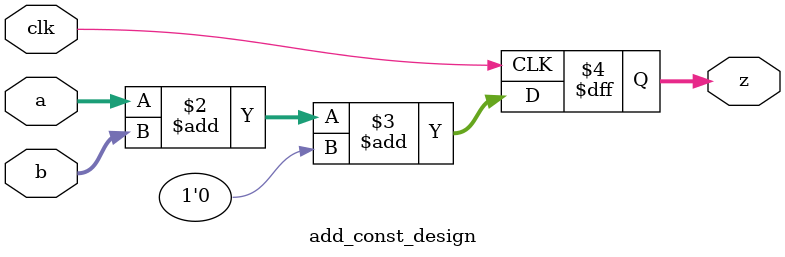
<source format=v>

module add_const_design(clk, a, b, z);

	input               clk;

	input       [3:0]   a;
	input       [3:0]   b;
	output  reg [3:0]   z;

	always @(posedge clk)
		z <= a + b + 1'b0;

endmodule


</source>
